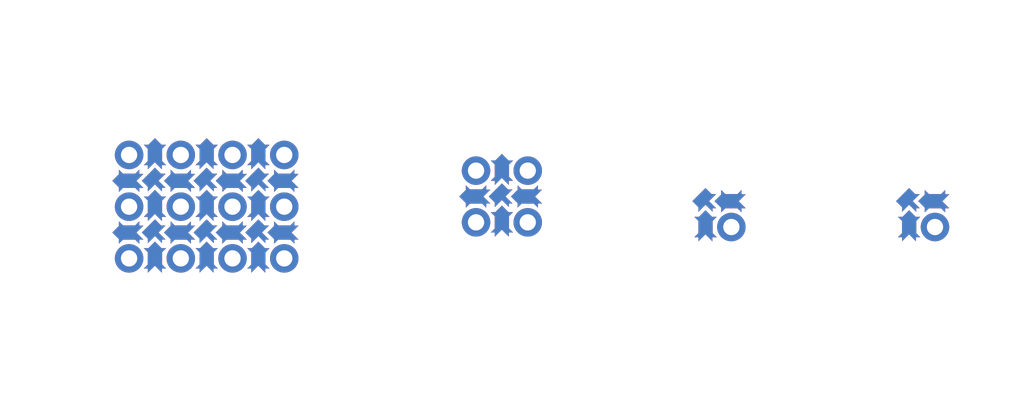
<source format=kicad_pcb>
(kicad_pcb (version 20241229) (generator "pcbnew") (generator_version "9.0")
  (title_block (title "protoboard base pattern") (comment 1 "CC-BY 4.0") (comment 2 "See http://git.io/vNUDX"))
  (layers (0 "F.Cu" signal) (2 "B.Cu" signal) (13 "F.Paste" user) (15 "B.Paste" user) (5 "F.SilkS" user "F.Silkscreen") (7 "B.SilkS" user "B.Silkscreen") (1 "F.Mask" user) (3 "B.Mask" user) (25 "Edge.Cuts" user))
  (net 0 "")
  (footprint "modules:center-pad-spikes" (layer "F.Cu") (at 137.46 101.27)
    (property "Reference" "REF**" (hide yes))
    (property "Value" "center-pad" (hide yes))
    (pad "1" smd custom (at -0.06 -0.085) (size 0.47 0.52) (layers "*.Cu" "*.Mask") (options (clearance outline) (anchor rect)) (primitives (gr_poly (pts (xy -0.585 0.085) (xy 0.06 -0.56) (xy 0.357 -0.263) (xy 0.583 -0.263) (xy 0.235 0.085) (xy 0.582 0.432) (xy 0.407 0.432) (xy 0.407 0.607) (xy 0.06 0.26) (xy -0.288 0.608) (xy -0.288 0.382)) (width 0.001) (fill yes))))
  )
  (footprint "modules:pad-between-spiked" (layer "F.Cu") (at 137.46 102.54)
    (property "Reference" "REF**" (hide yes))
    (property "Value" "pad-between" (hide yes))
    (pad "1" smd custom (at 0 -0.06) (size 0.7 0.85) (layers "*.Cu" "*.Mask") (options (clearance outline) (anchor rect)) (primitives (gr_poly (pts (xy -0.55 -0.44) (xy -0.325 -0.44) (xy 0 -0.765) (xy 0.325 -0.44) (xy 0.55 -0.44) (xy 0.35 -0.24) (xy 0.35 0.36) (xy 0.55 0.56) (xy 0.338 0.56) (xy 0.338 0.763) (xy 0 0.425) (xy -0.01 0.425) (xy -0.348 0.763) (xy -0.348 0.56) (xy -0.55 0.56) (xy -0.35 0.36) (xy -0.35 -0.24)) (width 0.001) (fill yes))))
  )
  (footprint "modules:pad-between-spiked" (layer "F.Cu") (at 137.46 100)
    (property "Reference" "REF**" (hide yes))
    (property "Value" "pad-between" (hide yes))
    (pad "1" smd custom (at 0 -0.06) (size 0.7 0.85) (layers "*.Cu" "*.Mask") (options (clearance outline) (anchor rect)) (primitives (gr_poly (pts (xy -0.55 -0.44) (xy -0.325 -0.44) (xy 0 -0.765) (xy 0.325 -0.44) (xy 0.55 -0.44) (xy 0.35 -0.24) (xy 0.35 0.36) (xy 0.55 0.56) (xy 0.338 0.56) (xy 0.338 0.763) (xy 0 0.425) (xy -0.01 0.425) (xy -0.348 0.763) (xy -0.348 0.56) (xy -0.55 0.56) (xy -0.35 0.36) (xy -0.35 -0.24)) (width 0.001) (fill yes))))
  )
  (footprint "modules:pad-between-spiked" (layer "F.Cu") (at 138.73 101.27 90)
    (property "Reference" "REF**" (hide yes))
    (property "Value" "pad-between" (hide yes))
    (pad "1" smd custom (at 0 -0.06 90) (size 0.7 0.85) (layers "*.Cu" "*.Mask") (options (clearance outline) (anchor rect)) (primitives (gr_poly (pts (xy -0.55 -0.44) (xy -0.325 -0.44) (xy 0 -0.765) (xy 0.325 -0.44) (xy 0.55 -0.44) (xy 0.35 -0.24) (xy 0.35 0.36) (xy 0.55 0.56) (xy 0.338 0.56) (xy 0.338 0.763) (xy 0 0.425) (xy -0.01 0.425) (xy -0.348 0.763) (xy -0.348 0.56) (xy -0.55 0.56) (xy -0.35 0.36) (xy -0.35 -0.24)) (width 0.001) (fill yes))))
  )
  (footprint "modules:pad-between-spiked" (layer "F.Cu") (at 136.19 101.27 90)
    (property "Reference" "REF**" (hide yes))
    (property "Value" "pad-between" (hide yes))
    (pad "1" smd custom (at 0 -0.06 90) (size 0.7 0.85) (layers "*.Cu" "*.Mask") (options (clearance outline) (anchor rect)) (primitives (gr_poly (pts (xy -0.55 -0.44) (xy -0.325 -0.44) (xy 0 -0.765) (xy 0.325 -0.44) (xy 0.55 -0.44) (xy 0.35 -0.24) (xy 0.35 0.36) (xy 0.55 0.56) (xy 0.338 0.56) (xy 0.338 0.763) (xy 0 0.425) (xy -0.01 0.425) (xy -0.348 0.763) (xy -0.348 0.56) (xy -0.55 0.56) (xy -0.35 0.36) (xy -0.35 -0.24)) (width 0.001) (fill yes))))
  )
  (footprint "modules:center-pad-spikes" (layer "F.Cu") (at 140 101.27)
    (property "Reference" "REF**" (hide yes))
    (property "Value" "center-pad" (hide yes))
    (pad "1" smd custom (at -0.06 -0.085) (size 0.47 0.52) (layers "*.Cu" "*.Mask") (options (clearance outline) (anchor rect)) (primitives (gr_poly (pts (xy -0.585 0.085) (xy 0.06 -0.56) (xy 0.357 -0.263) (xy 0.583 -0.263) (xy 0.235 0.085) (xy 0.582 0.432) (xy 0.407 0.432) (xy 0.407 0.607) (xy 0.06 0.26) (xy -0.288 0.608) (xy -0.288 0.382)) (width 0.001) (fill yes))))
  )
  (footprint "modules:pad-between-spiked" (layer "F.Cu") (at 140 102.54)
    (property "Reference" "REF**" (hide yes))
    (property "Value" "pad-between" (hide yes))
    (pad "1" smd custom (at 0 -0.06) (size 0.7 0.85) (layers "*.Cu" "*.Mask") (options (clearance outline) (anchor rect)) (primitives (gr_poly (pts (xy -0.55 -0.44) (xy -0.325 -0.44) (xy 0 -0.765) (xy 0.325 -0.44) (xy 0.55 -0.44) (xy 0.35 -0.24) (xy 0.35 0.36) (xy 0.55 0.56) (xy 0.338 0.56) (xy 0.338 0.763) (xy 0 0.425) (xy -0.01 0.425) (xy -0.348 0.763) (xy -0.348 0.56) (xy -0.55 0.56) (xy -0.35 0.36) (xy -0.35 -0.24)) (width 0.001) (fill yes))))
  )
  (footprint "modules:pad-between-spiked" (layer "F.Cu") (at 140 100)
    (property "Reference" "REF**" (hide yes))
    (property "Value" "pad-between" (hide yes))
    (pad "1" smd custom (at 0 -0.06) (size 0.7 0.85) (layers "*.Cu" "*.Mask") (options (clearance outline) (anchor rect)) (primitives (gr_poly (pts (xy -0.55 -0.44) (xy -0.325 -0.44) (xy 0 -0.765) (xy 0.325 -0.44) (xy 0.55 -0.44) (xy 0.35 -0.24) (xy 0.35 0.36) (xy 0.55 0.56) (xy 0.338 0.56) (xy 0.338 0.763) (xy 0 0.425) (xy -0.01 0.425) (xy -0.348 0.763) (xy -0.348 0.56) (xy -0.55 0.56) (xy -0.35 0.36) (xy -0.35 -0.24)) (width 0.001) (fill yes))))
  )
  (footprint "modules:pad-between-spiked" (layer "F.Cu") (at 141.27 101.27 90)
    (property "Reference" "REF**" (hide yes))
    (property "Value" "pad-between" (hide yes))
    (pad "1" smd custom (at 0 -0.06 90) (size 0.7 0.85) (layers "*.Cu" "*.Mask") (options (clearance outline) (anchor rect)) (primitives (gr_poly (pts (xy -0.55 -0.44) (xy -0.325 -0.44) (xy 0 -0.765) (xy 0.325 -0.44) (xy 0.55 -0.44) (xy 0.35 -0.24) (xy 0.35 0.36) (xy 0.55 0.56) (xy 0.338 0.56) (xy 0.338 0.763) (xy 0 0.425) (xy -0.01 0.425) (xy -0.348 0.763) (xy -0.348 0.56) (xy -0.55 0.56) (xy -0.35 0.36) (xy -0.35 -0.24)) (width 0.001) (fill yes))))
  )
  (footprint "modules:pad-between-spiked" (layer "F.Cu") (at 143.81 101.27 90)
    (property "Reference" "REF**" (hide yes))
    (property "Value" "pad-between" (hide yes))
    (pad "1" smd custom (at 0 -0.06 90) (size 0.7 0.85) (layers "*.Cu" "*.Mask") (options (clearance outline) (anchor rect)) (primitives (gr_poly (pts (xy -0.55 -0.44) (xy -0.325 -0.44) (xy 0 -0.765) (xy 0.325 -0.44) (xy 0.55 -0.44) (xy 0.35 -0.24) (xy 0.35 0.36) (xy 0.55 0.56) (xy 0.338 0.56) (xy 0.338 0.763) (xy 0 0.425) (xy -0.01 0.425) (xy -0.348 0.763) (xy -0.348 0.56) (xy -0.55 0.56) (xy -0.35 0.36) (xy -0.35 -0.24)) (width 0.001) (fill yes))))
  )
  (footprint "modules:pad-between-spiked" (layer "F.Cu") (at 142.54 100)
    (property "Reference" "REF**" (hide yes))
    (property "Value" "pad-between" (hide yes))
    (pad "1" smd custom (at 0 -0.06) (size 0.7 0.85) (layers "*.Cu" "*.Mask") (options (clearance outline) (anchor rect)) (primitives (gr_poly (pts (xy -0.55 -0.44) (xy -0.325 -0.44) (xy 0 -0.765) (xy 0.325 -0.44) (xy 0.55 -0.44) (xy 0.35 -0.24) (xy 0.35 0.36) (xy 0.55 0.56) (xy 0.338 0.56) (xy 0.338 0.763) (xy 0 0.425) (xy -0.01 0.425) (xy -0.348 0.763) (xy -0.348 0.56) (xy -0.55 0.56) (xy -0.35 0.36) (xy -0.35 -0.24)) (width 0.001) (fill yes))))
  )
  (footprint "modules:pad-between-spiked" (layer "F.Cu") (at 142.54 102.54)
    (property "Reference" "REF**" (hide yes))
    (property "Value" "pad-between" (hide yes))
    (pad "1" smd custom (at 0 -0.06) (size 0.7 0.85) (layers "*.Cu" "*.Mask") (options (clearance outline) (anchor rect)) (primitives (gr_poly (pts (xy -0.55 -0.44) (xy -0.325 -0.44) (xy 0 -0.765) (xy 0.325 -0.44) (xy 0.55 -0.44) (xy 0.35 -0.24) (xy 0.35 0.36) (xy 0.55 0.56) (xy 0.338 0.56) (xy 0.338 0.763) (xy 0 0.425) (xy -0.01 0.425) (xy -0.348 0.763) (xy -0.348 0.56) (xy -0.55 0.56) (xy -0.35 0.36) (xy -0.35 -0.24)) (width 0.001) (fill yes))))
  )
  (footprint "modules:center-pad-spikes" (layer "F.Cu") (at 142.54 101.27)
    (property "Reference" "REF**" (hide yes))
    (property "Value" "center-pad" (hide yes))
    (pad "1" smd custom (at -0.06 -0.085) (size 0.47 0.52) (layers "*.Cu" "*.Mask") (options (clearance outline) (anchor rect)) (primitives (gr_poly (pts (xy -0.585 0.085) (xy 0.06 -0.56) (xy 0.357 -0.263) (xy 0.583 -0.263) (xy 0.235 0.085) (xy 0.582 0.432) (xy 0.407 0.432) (xy 0.407 0.607) (xy 0.06 0.26) (xy -0.288 0.608) (xy -0.288 0.382)) (width 0.001) (fill yes))))
  )
  (footprint "modules:center-pad-spikes" (layer "F.Cu") (at 142.54 98.73)
    (property "Reference" "REF**" (hide yes))
    (property "Value" "center-pad" (hide yes))
    (pad "1" smd custom (at -0.06 -0.085) (size 0.47 0.52) (layers "*.Cu" "*.Mask") (options (clearance outline) (anchor rect)) (primitives (gr_poly (pts (xy -0.585 0.085) (xy 0.06 -0.56) (xy 0.357 -0.263) (xy 0.583 -0.263) (xy 0.235 0.085) (xy 0.582 0.432) (xy 0.407 0.432) (xy 0.407 0.607) (xy 0.06 0.26) (xy -0.288 0.608) (xy -0.288 0.382)) (width 0.001) (fill yes))))
  )
  (footprint "modules:pad-between-spiked" (layer "F.Cu") (at 142.54 97.46)
    (property "Reference" "REF**" (hide yes))
    (property "Value" "pad-between" (hide yes))
    (pad "1" smd custom (at 0 -0.06) (size 0.7 0.85) (layers "*.Cu" "*.Mask") (options (clearance outline) (anchor rect)) (primitives (gr_poly (pts (xy -0.55 -0.44) (xy -0.325 -0.44) (xy 0 -0.765) (xy 0.325 -0.44) (xy 0.55 -0.44) (xy 0.35 -0.24) (xy 0.35 0.36) (xy 0.55 0.56) (xy 0.338 0.56) (xy 0.338 0.763) (xy 0 0.425) (xy -0.01 0.425) (xy -0.348 0.763) (xy -0.348 0.56) (xy -0.55 0.56) (xy -0.35 0.36) (xy -0.35 -0.24)) (width 0.001) (fill yes))))
  )
  (footprint "modules:pad-between-spiked" (layer "F.Cu") (at 143.81 98.73 90)
    (property "Reference" "REF**" (hide yes))
    (property "Value" "pad-between" (hide yes))
    (pad "1" smd custom (at 0 -0.06 90) (size 0.7 0.85) (layers "*.Cu" "*.Mask") (options (clearance outline) (anchor rect)) (primitives (gr_poly (pts (xy -0.55 -0.44) (xy -0.325 -0.44) (xy 0 -0.765) (xy 0.325 -0.44) (xy 0.55 -0.44) (xy 0.35 -0.24) (xy 0.35 0.36) (xy 0.55 0.56) (xy 0.338 0.56) (xy 0.338 0.763) (xy 0 0.425) (xy -0.01 0.425) (xy -0.348 0.763) (xy -0.348 0.56) (xy -0.55 0.56) (xy -0.35 0.36) (xy -0.35 -0.24)) (width 0.001) (fill yes))))
  )
  (footprint "modules:pad-between-spiked" (layer "F.Cu") (at 141.27 98.73 90)
    (property "Reference" "REF**" (hide yes))
    (property "Value" "pad-between" (hide yes))
    (pad "1" smd custom (at 0 -0.06 90) (size 0.7 0.85) (layers "*.Cu" "*.Mask") (options (clearance outline) (anchor rect)) (primitives (gr_poly (pts (xy -0.55 -0.44) (xy -0.325 -0.44) (xy 0 -0.765) (xy 0.325 -0.44) (xy 0.55 -0.44) (xy 0.35 -0.24) (xy 0.35 0.36) (xy 0.55 0.56) (xy 0.338 0.56) (xy 0.338 0.763) (xy 0 0.425) (xy -0.01 0.425) (xy -0.348 0.763) (xy -0.348 0.56) (xy -0.55 0.56) (xy -0.35 0.36) (xy -0.35 -0.24)) (width 0.001) (fill yes))))
  )
  (footprint "modules:pad-between-spiked" (layer "F.Cu") (at 140 97.46)
    (property "Reference" "REF**" (hide yes))
    (property "Value" "pad-between" (hide yes))
    (pad "1" smd custom (at 0 -0.06) (size 0.7 0.85) (layers "*.Cu" "*.Mask") (options (clearance outline) (anchor rect)) (primitives (gr_poly (pts (xy -0.55 -0.44) (xy -0.325 -0.44) (xy 0 -0.765) (xy 0.325 -0.44) (xy 0.55 -0.44) (xy 0.35 -0.24) (xy 0.35 0.36) (xy 0.55 0.56) (xy 0.338 0.56) (xy 0.338 0.763) (xy 0 0.425) (xy -0.01 0.425) (xy -0.348 0.763) (xy -0.348 0.56) (xy -0.55 0.56) (xy -0.35 0.36) (xy -0.35 -0.24)) (width 0.001) (fill yes))))
  )
  (footprint "modules:center-pad-spikes" (layer "F.Cu") (at 140 98.73)
    (property "Reference" "REF**" (hide yes))
    (property "Value" "center-pad" (hide yes))
    (pad "1" smd custom (at -0.06 -0.085) (size 0.47 0.52) (layers "*.Cu" "*.Mask") (options (clearance outline) (anchor rect)) (primitives (gr_poly (pts (xy -0.585 0.085) (xy 0.06 -0.56) (xy 0.357 -0.263) (xy 0.583 -0.263) (xy 0.235 0.085) (xy 0.582 0.432) (xy 0.407 0.432) (xy 0.407 0.607) (xy 0.06 0.26) (xy -0.288 0.608) (xy -0.288 0.382)) (width 0.001) (fill yes))))
  )
  (footprint "modules:center-pad-spikes" (layer "F.Cu") (at 137.46 98.73)
    (property "Reference" "REF**" (hide yes))
    (property "Value" "center-pad" (hide yes))
    (pad "1" smd custom (at -0.06 -0.085) (size 0.47 0.52) (layers "*.Cu" "*.Mask") (options (clearance outline) (anchor rect)) (primitives (gr_poly (pts (xy -0.585 0.085) (xy 0.06 -0.56) (xy 0.357 -0.263) (xy 0.583 -0.263) (xy 0.235 0.085) (xy 0.582 0.432) (xy 0.407 0.432) (xy 0.407 0.607) (xy 0.06 0.26) (xy -0.288 0.608) (xy -0.288 0.382)) (width 0.001) (fill yes))))
  )
  (footprint "modules:pad-between-spiked" (layer "F.Cu") (at 137.46 97.46)
    (property "Reference" "REF**" (hide yes))
    (property "Value" "pad-between" (hide yes))
    (pad "1" smd custom (at 0 -0.06) (size 0.7 0.85) (layers "*.Cu" "*.Mask") (options (clearance outline) (anchor rect)) (primitives (gr_poly (pts (xy -0.55 -0.44) (xy -0.325 -0.44) (xy 0 -0.765) (xy 0.325 -0.44) (xy 0.55 -0.44) (xy 0.35 -0.24) (xy 0.35 0.36) (xy 0.55 0.56) (xy 0.338 0.56) (xy 0.338 0.763) (xy 0 0.425) (xy -0.01 0.425) (xy -0.348 0.763) (xy -0.348 0.56) (xy -0.55 0.56) (xy -0.35 0.36) (xy -0.35 -0.24)) (width 0.001) (fill yes))))
  )
  (footprint "modules:pad-between-spiked" (layer "F.Cu") (at 138.73 98.73 90)
    (property "Reference" "REF**" (hide yes))
    (property "Value" "pad-between" (hide yes))
    (pad "1" smd custom (at 0 -0.06 90) (size 0.7 0.85) (layers "*.Cu" "*.Mask") (options (clearance outline) (anchor rect)) (primitives (gr_poly (pts (xy -0.55 -0.44) (xy -0.325 -0.44) (xy 0 -0.765) (xy 0.325 -0.44) (xy 0.55 -0.44) (xy 0.35 -0.24) (xy 0.35 0.36) (xy 0.55 0.56) (xy 0.338 0.56) (xy 0.338 0.763) (xy 0 0.425) (xy -0.01 0.425) (xy -0.348 0.763) (xy -0.348 0.56) (xy -0.55 0.56) (xy -0.35 0.36) (xy -0.35 -0.24)) (width 0.001) (fill yes))))
  )
  (footprint "modules:pad-between-spiked" (layer "F.Cu") (at 136.19 98.73 90)
    (property "Reference" "REF**" (hide yes))
    (property "Value" "pad-between" (hide yes))
    (pad "1" smd custom (at 0 -0.06 90) (size 0.7 0.85) (layers "*.Cu" "*.Mask") (options (clearance outline) (anchor rect)) (primitives (gr_poly (pts (xy -0.55 -0.44) (xy -0.325 -0.44) (xy 0 -0.765) (xy 0.325 -0.44) (xy 0.55 -0.44) (xy 0.35 -0.24) (xy 0.35 0.36) (xy 0.55 0.56) (xy 0.338 0.56) (xy 0.338 0.763) (xy 0 0.425) (xy -0.01 0.425) (xy -0.348 0.763) (xy -0.348 0.56) (xy -0.55 0.56) (xy -0.35 0.36) (xy -0.35 -0.24)) (width 0.001) (fill yes))))
  )
  (footprint "modules:tht-0.8" (layer "F.Cu") (at 136.19 97.46)
    (property "Reference" "REF**" (hide yes))
    (property "Value" "tht-0.8" (hide yes))
    (pad "1" thru_hole circle (at 0 0) (size 1.4 1.4) (drill 0.8) (layers "*.Cu" "*.Mask"))
  )
  (footprint "modules:tht-0.8" (layer "F.Cu") (at 138.73 97.46)
    (property "Reference" "REF**" (hide yes))
    (property "Value" "tht-0.8" (hide yes))
    (pad "1" thru_hole circle (at 0 0) (size 1.4 1.4) (drill 0.8) (layers "*.Cu" "*.Mask"))
  )
  (footprint "modules:tht-0.8" (layer "F.Cu") (at 141.27 97.46)
    (property "Reference" "REF**" (hide yes))
    (property "Value" "tht-0.8" (hide yes))
    (pad "1" thru_hole circle (at 0 0) (size 1.4 1.4) (drill 0.8) (layers "*.Cu" "*.Mask"))
  )
  (footprint "modules:tht-0.8" (layer "F.Cu") (at 143.81 97.46)
    (property "Reference" "REF**" (hide yes))
    (property "Value" "tht-0.8" (hide yes))
    (pad "1" thru_hole circle (at 0 0) (size 1.4 1.4) (drill 0.8) (layers "*.Cu" "*.Mask"))
  )
  (footprint "modules:tht-0.8" (layer "F.Cu") (at 143.81 100)
    (property "Reference" "REF**" (hide yes))
    (property "Value" "tht-0.8" (hide yes))
    (pad "1" thru_hole circle (at 0 0) (size 1.4 1.4) (drill 0.8) (layers "*.Cu" "*.Mask"))
  )
  (footprint "modules:tht-0.8" (layer "F.Cu") (at 141.27 100)
    (property "Reference" "REF**" (hide yes))
    (property "Value" "tht-0.8" (hide yes))
    (pad "1" thru_hole circle (at 0 0) (size 1.4 1.4) (drill 0.8) (layers "*.Cu" "*.Mask"))
  )
  (footprint "modules:tht-0.8" (layer "F.Cu") (at 138.73 100)
    (property "Reference" "REF**" (hide yes))
    (property "Value" "tht-0.8" (hide yes))
    (pad "1" thru_hole circle (at 0 0) (size 1.4 1.4) (drill 0.8) (layers "*.Cu" "*.Mask"))
  )
  (footprint "modules:tht-0.8" (layer "F.Cu") (at 136.19 100)
    (property "Reference" "REF**" (hide yes))
    (property "Value" "tht-0.8" (hide yes))
    (pad "1" thru_hole circle (at 0 0) (size 1.4 1.4) (drill 0.8) (layers "*.Cu" "*.Mask"))
  )
  (footprint "modules:tht-0.8" (layer "F.Cu") (at 136.19 102.54)
    (property "Reference" "REF**" (hide yes))
    (property "Value" "tht-0.8" (hide yes))
    (pad "1" thru_hole circle (at 0 0) (size 1.4 1.4) (drill 0.8) (layers "*.Cu" "*.Mask"))
  )
  (footprint "modules:tht-0.8" (layer "F.Cu") (at 138.73 102.54)
    (property "Reference" "REF**" (hide yes))
    (property "Value" "tht-0.8" (hide yes))
    (pad "1" thru_hole circle (at 0 0) (size 1.4 1.4) (drill 0.8) (layers "*.Cu" "*.Mask"))
  )
  (footprint "modules:tht-0.8" (layer "F.Cu") (at 141.27 102.54)
    (property "Reference" "REF**" (hide yes))
    (property "Value" "tht-0.8" (hide yes))
    (pad "1" thru_hole circle (at 0 0) (size 1.4 1.4) (drill 0.8) (layers "*.Cu" "*.Mask"))
  )
  (footprint "modules:tht-0.8" (layer "F.Cu") (at 143.81 102.54)
    (property "Reference" "REF**" (hide yes))
    (property "Value" "tht-0.8" (hide yes))
    (pad "1" thru_hole circle (at 0 0) (size 1.4 1.4) (drill 0.8) (layers "*.Cu" "*.Mask"))
  )
  (footprint "modules:tht-0.8" (layer "F.Cu") (at 153.23 98.23)
    (property "Reference" "REF**" (hide yes))
    (property "Value" "tht-0.8" (hide yes))
    (pad "1" thru_hole circle (at 0 0) (size 1.4 1.4) (drill 0.8) (layers "*.Cu" "*.Mask"))
  )
  (footprint "modules:tht-0.8" (layer "F.Cu") (at 155.77 98.23)
    (property "Reference" "REF**" (hide yes))
    (property "Value" "tht-0.8" (hide yes))
    (pad "1" thru_hole circle (at 0 0) (size 1.4 1.4) (drill 0.8) (layers "*.Cu" "*.Mask"))
  )
  (footprint "" (layer "F.Cu") (at 165.77 101 -90)
    (property "Reference" "" (at 0 0 90) (layer "F.SilkS") (effects (font (size 1.27 1.27))))
    (property "Value" "")
    (pad "1" thru_hole circle (at 0 0 270) (size 1.4 1.4) (drill 0.8) (layers "*.Cu" "*.Mask"))
  )
  (footprint "modules:center-pad-spikes" (layer "F.Cu") (at 154.5 99.5)
    (property "Reference" "REF**" (hide yes))
    (property "Value" "center-pad" (hide yes))
    (pad "1" smd custom (at -0.06 -0.085) (size 0.47 0.52) (layers "*.Cu" "*.Mask") (options (clearance outline) (anchor rect)) (primitives (gr_poly (pts (xy -0.585 0.085) (xy 0.06 -0.56) (xy 0.357 -0.263) (xy 0.583 -0.263) (xy 0.235 0.085) (xy 0.582 0.432) (xy 0.407 0.432) (xy 0.407 0.607) (xy 0.06 0.26) (xy -0.288 0.608) (xy -0.288 0.382)) (width 0.001) (fill yes))))
  )
  (footprint "modules:pad-between-spiked" (layer "F.Cu") (at 154.5 98.23)
    (property "Reference" "REF**" (hide yes))
    (property "Value" "pad-between" (hide yes))
    (pad "1" smd custom (at 0 -0.06) (size 0.7 0.85) (layers "*.Cu" "*.Mask") (options (clearance outline) (anchor rect)) (primitives (gr_poly (pts (xy -0.55 -0.44) (xy -0.325 -0.44) (xy 0 -0.765) (xy 0.325 -0.44) (xy 0.55 -0.44) (xy 0.35 -0.24) (xy 0.35 0.36) (xy 0.55 0.56) (xy 0.338 0.56) (xy 0.338 0.763) (xy 0 0.425) (xy -0.01 0.425) (xy -0.348 0.763) (xy -0.348 0.56) (xy -0.55 0.56) (xy -0.35 0.36) (xy -0.35 -0.24)) (width 0.001) (fill yes))))
  )
  (footprint "modules:pad-between-spiked" (layer "F.Cu") (at 165.77 99.73 90)
    (property "Reference" "REF**" (hide yes))
    (property "Value" "pad-between" (hide yes))
    (pad "1" smd custom (at 0 -0.06 90) (size 0.7 0.85) (layers "*.Cu" "*.Mask") (options (clearance outline) (anchor rect)) (primitives (gr_poly (pts (xy -0.55 -0.44) (xy -0.325 -0.44) (xy 0 -0.765) (xy 0.325 -0.44) (xy 0.55 -0.44) (xy 0.35 -0.24) (xy 0.35 0.36) (xy 0.55 0.56) (xy 0.338 0.56) (xy 0.338 0.763) (xy 0 0.425) (xy -0.01 0.425) (xy -0.348 0.763) (xy -0.348 0.56) (xy -0.55 0.56) (xy -0.35 0.36) (xy -0.35 -0.24)) (width 0.001) (fill yes))))
  )
  (footprint "modules:pad-between-spiked" (layer "F.Cu") (at 153.23 99.5 90)
    (property "Reference" "REF**" (hide yes))
    (property "Value" "pad-between" (hide yes))
    (pad "1" smd custom (at 0 -0.06 90) (size 0.7 0.85) (layers "*.Cu" "*.Mask") (options (clearance outline) (anchor rect)) (primitives (gr_poly (pts (xy -0.55 -0.44) (xy -0.325 -0.44) (xy 0 -0.765) (xy 0.325 -0.44) (xy 0.55 -0.44) (xy 0.35 -0.24) (xy 0.35 0.36) (xy 0.55 0.56) (xy 0.338 0.56) (xy 0.338 0.763) (xy 0 0.425) (xy -0.01 0.425) (xy -0.348 0.763) (xy -0.348 0.56) (xy -0.55 0.56) (xy -0.35 0.36) (xy -0.35 -0.24)) (width 0.001) (fill yes))))
  )
  (footprint "modules:center-pad-spikes" (layer "F.Cu") (at 164.5 99.73)
    (property "Reference" "REF**" (hide yes))
    (property "Value" "center-pad" (hide yes))
    (pad "1" smd custom (at -0.06 -0.085) (size 0.47 0.52) (layers "*.Cu" "*.Mask") (options (clearance outline) (anchor rect)) (primitives (gr_poly (pts (xy -0.585 0.085) (xy 0.06 -0.56) (xy 0.357 -0.263) (xy 0.583 -0.263) (xy 0.235 0.085) (xy 0.582 0.432) (xy 0.407 0.432) (xy 0.407 0.607) (xy 0.06 0.26) (xy -0.288 0.608) (xy -0.288 0.382)) (width 0.001) (fill yes))))
  )
  (footprint "modules:pad-between-spiked" (layer "F.Cu") (at 164.5 101)
    (property "Reference" "REF**" (hide yes))
    (property "Value" "pad-between" (hide yes))
    (pad "1" smd custom (at 0 -0.06) (size 0.7 0.85) (layers "*.Cu" "*.Mask") (options (clearance outline) (anchor rect)) (primitives (gr_poly (pts (xy -0.55 -0.44) (xy -0.325 -0.44) (xy 0 -0.765) (xy 0.325 -0.44) (xy 0.55 -0.44) (xy 0.35 -0.24) (xy 0.35 0.36) (xy 0.55 0.56) (xy 0.338 0.56) (xy 0.338 0.763) (xy 0 0.425) (xy -0.01 0.425) (xy -0.348 0.763) (xy -0.348 0.56) (xy -0.55 0.56) (xy -0.35 0.36) (xy -0.35 -0.24)) (width 0.001) (fill yes))))
  )
  (footprint "modules:tht-0.8" (layer "F.Cu") (at 153.23 100.77)
    (property "Reference" "REF**" (hide yes))
    (property "Value" "tht-0.8" (hide yes))
    (pad "1" thru_hole circle (at 0 0) (size 1.4 1.4) (drill 0.8) (layers "*.Cu" "*.Mask"))
  )
  (footprint "" (layer "F.Cu") (at 175.77 101 -90)
    (property "Reference" "" (at 0 0 90) (layer "F.SilkS") (effects (font (size 1.27 1.27))))
    (property "Value" "")
    (pad "1" thru_hole circle (at 0 0 270) (size 1.4 1.4) (drill 0.8) (layers "*.Cu" "*.Mask"))
  )
  (footprint "modules:pad-between-spiked" (layer "F.Cu") (at 155.77 99.5 90)
    (property "Reference" "REF**" (hide yes))
    (property "Value" "pad-between" (hide yes))
    (pad "1" smd custom (at 0 -0.06 90) (size 0.7 0.85) (layers "*.Cu" "*.Mask") (options (clearance outline) (anchor rect)) (primitives (gr_poly (pts (xy -0.55 -0.44) (xy -0.325 -0.44) (xy 0 -0.765) (xy 0.325 -0.44) (xy 0.55 -0.44) (xy 0.35 -0.24) (xy 0.35 0.36) (xy 0.55 0.56) (xy 0.338 0.56) (xy 0.338 0.763) (xy 0 0.425) (xy -0.01 0.425) (xy -0.348 0.763) (xy -0.348 0.56) (xy -0.55 0.56) (xy -0.35 0.36) (xy -0.35 -0.24)) (width 0.001) (fill yes))))
  )
  (footprint "modules:pad-between-spiked" (layer "F.Cu") (at 154.5 100.77)
    (property "Reference" "REF**" (hide yes))
    (property "Value" "pad-between" (hide yes))
    (pad "1" smd custom (at 0 -0.06) (size 0.7 0.85) (layers "*.Cu" "*.Mask") (options (clearance outline) (anchor rect)) (primitives (gr_poly (pts (xy -0.55 -0.44) (xy -0.325 -0.44) (xy 0 -0.765) (xy 0.325 -0.44) (xy 0.55 -0.44) (xy 0.35 -0.24) (xy 0.35 0.36) (xy 0.55 0.56) (xy 0.338 0.56) (xy 0.338 0.763) (xy 0 0.425) (xy -0.01 0.425) (xy -0.348 0.763) (xy -0.348 0.56) (xy -0.55 0.56) (xy -0.35 0.36) (xy -0.35 -0.24)) (width 0.001) (fill yes))))
  )
  (footprint "modules:tht-0.8" (layer "F.Cu") (at 155.77 100.77)
    (property "Reference" "REF**" (hide yes))
    (property "Value" "tht-0.8" (hide yes))
    (pad "1" thru_hole circle (at 0 0) (size 1.4 1.4) (drill 0.8) (layers "*.Cu" "*.Mask"))
  )
  (footprint "modules:pad-between-spiked" (layer "F.Cu") (at 174.5 101)
    (property "Reference" "REF**" (hide yes))
    (property "Value" "pad-between" (hide yes))
    (pad "1" smd custom (at 0 -0.06) (size 0.7 0.85) (layers "*.Cu" "*.Mask") (options (clearance outline) (anchor rect)) (primitives (gr_poly (pts (xy -0.55 -0.44) (xy -0.325 -0.44) (xy 0 -0.765) (xy 0.325 -0.44) (xy 0.55 -0.44) (xy 0.35 -0.24) (xy 0.35 0.36) (xy 0.55 0.56) (xy 0.338 0.56) (xy 0.338 0.763) (xy 0 0.425) (xy -0.01 0.425) (xy -0.348 0.763) (xy -0.348 0.56) (xy -0.55 0.56) (xy -0.35 0.36) (xy -0.35 -0.24)) (width 0.001) (fill yes))))
  )
  (footprint "modules:pad-between-spiked" (layer "F.Cu") (at 175.77 99.73 90)
    (property "Reference" "REF**" (hide yes))
    (property "Value" "pad-between" (hide yes))
    (pad "1" smd custom (at 0 -0.06 90) (size 0.7 0.85) (layers "*.Cu" "*.Mask") (options (clearance outline) (anchor rect)) (primitives (gr_poly (pts (xy -0.55 -0.44) (xy -0.325 -0.44) (xy 0 -0.765) (xy 0.325 -0.44) (xy 0.55 -0.44) (xy 0.35 -0.24) (xy 0.35 0.36) (xy 0.55 0.56) (xy 0.338 0.56) (xy 0.338 0.763) (xy 0 0.425) (xy -0.01 0.425) (xy -0.348 0.763) (xy -0.348 0.56) (xy -0.55 0.56) (xy -0.35 0.36) (xy -0.35 -0.24)) (width 0.001) (fill yes))))
  )
  (footprint "modules:center-pad-spikes" (layer "F.Cu") (at 174.5 99.73)
    (property "Reference" "REF**" (hide yes))
    (property "Value" "center-pad" (hide yes))
    (pad "1" smd custom (at -0.06 -0.085) (size 0.47 0.52) (layers "*.Cu" "*.Mask") (options (clearance outline) (anchor rect)) (primitives (gr_poly (pts (xy -0.585 0.085) (xy 0.06 -0.56) (xy 0.357 -0.263) (xy 0.583 -0.263) (xy 0.235 0.085) (xy 0.582 0.432) (xy 0.407 0.432) (xy 0.407 0.607) (xy 0.06 0.26) (xy -0.288 0.608) (xy -0.288 0.382)) (width 0.001) (fill yes))))
  )
)
</source>
